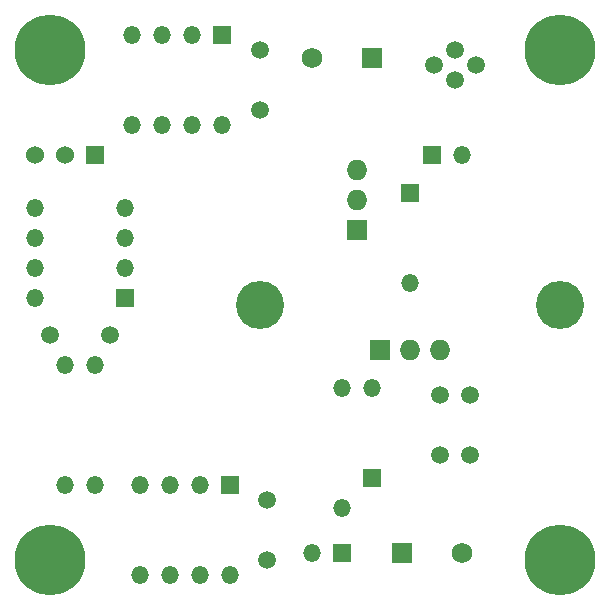
<source format=gts>
G04 (created by PCBNEW (2013-07-07 BZR 4022)-stable) date 3/25/2015 9:51:04 PM*
%MOIN*%
G04 Gerber Fmt 3.4, Leading zero omitted, Abs format*
%FSLAX34Y34*%
G01*
G70*
G90*
G04 APERTURE LIST*
%ADD10C,0.00590551*%
%ADD11R,0.069X0.069*%
%ADD12O,0.069X0.069*%
%ADD13R,0.059X0.059*%
%ADD14O,0.059X0.059*%
%ADD15R,0.06X0.06*%
%ADD16C,0.06*%
%ADD17C,0.059*%
%ADD18C,0.16*%
%ADD19C,0.069*%
%ADD20C,0.23622*%
G04 APERTURE END LIST*
G54D10*
G54D11*
X59500Y-55750D03*
G54D12*
X59500Y-54750D03*
X59500Y-53750D03*
G54D13*
X62000Y-53250D03*
G54D14*
X63000Y-53250D03*
G54D11*
X60250Y-59750D03*
G54D12*
X61250Y-59750D03*
X62250Y-59750D03*
G54D14*
X50750Y-60250D03*
X50750Y-64250D03*
X49750Y-64250D03*
X49750Y-60250D03*
G54D15*
X50750Y-53250D03*
G54D16*
X49750Y-53250D03*
X48750Y-53250D03*
G54D17*
X62750Y-49757D03*
X63438Y-50250D03*
X62061Y-50250D03*
X62750Y-50742D03*
X56500Y-66750D03*
X56500Y-64750D03*
X56250Y-51750D03*
X56250Y-49750D03*
X51250Y-59250D03*
X49250Y-59250D03*
G54D13*
X55250Y-64250D03*
G54D14*
X54250Y-64250D03*
X53250Y-64250D03*
X52250Y-64250D03*
X52250Y-67250D03*
X53250Y-67250D03*
X55250Y-67250D03*
X54250Y-67250D03*
G54D13*
X51750Y-58000D03*
G54D14*
X51750Y-57000D03*
X51750Y-56000D03*
X51750Y-55000D03*
X48750Y-55000D03*
X48750Y-56000D03*
X48750Y-58000D03*
X48750Y-57000D03*
G54D13*
X55000Y-49250D03*
G54D14*
X54000Y-49250D03*
X53000Y-49250D03*
X52000Y-49250D03*
X52000Y-52250D03*
X53000Y-52250D03*
X55000Y-52250D03*
X54000Y-52250D03*
G54D18*
X66250Y-58250D03*
X56250Y-58250D03*
G54D11*
X61000Y-66500D03*
G54D19*
X63000Y-66500D03*
G54D11*
X60000Y-50000D03*
G54D19*
X58000Y-50000D03*
G54D20*
X49250Y-49750D03*
X49250Y-66750D03*
X66250Y-49750D03*
X66250Y-66750D03*
G54D17*
X63250Y-61250D03*
X63250Y-63250D03*
X62250Y-61250D03*
X62250Y-63250D03*
G54D13*
X59000Y-66500D03*
G54D14*
X58000Y-66500D03*
X59000Y-65000D03*
X59000Y-61000D03*
G54D13*
X60000Y-64000D03*
G54D14*
X60000Y-61000D03*
G54D13*
X61250Y-54500D03*
G54D14*
X61250Y-57500D03*
M02*

</source>
